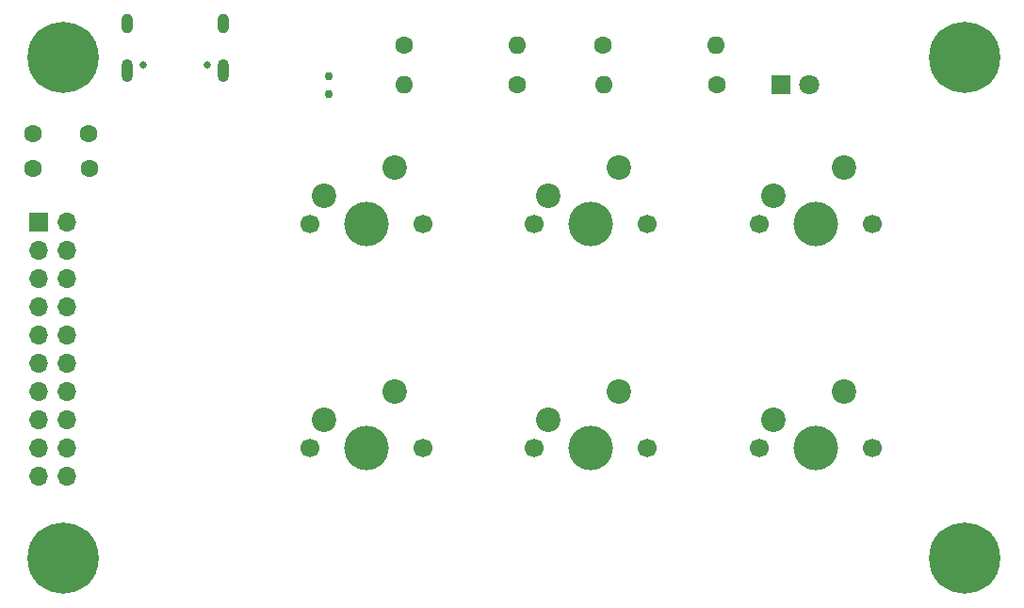
<source format=gbr>
%TF.GenerationSoftware,KiCad,Pcbnew,7.0.8*%
%TF.CreationDate,2024-02-24T16:57:54+09:00*%
%TF.ProjectId,ch552t_tinypad_board,63683535-3274-45f7-9469-6e797061645f,rev?*%
%TF.SameCoordinates,Original*%
%TF.FileFunction,Soldermask,Bot*%
%TF.FilePolarity,Negative*%
%FSLAX46Y46*%
G04 Gerber Fmt 4.6, Leading zero omitted, Abs format (unit mm)*
G04 Created by KiCad (PCBNEW 7.0.8) date 2024-02-24 16:57:54*
%MOMM*%
%LPD*%
G01*
G04 APERTURE LIST*
%ADD10C,0.800000*%
%ADD11C,6.400000*%
%ADD12C,1.600000*%
%ADD13O,1.600000X1.600000*%
%ADD14R,1.700000X1.700000*%
%ADD15O,1.700000X1.700000*%
%ADD16C,1.700000*%
%ADD17C,4.000000*%
%ADD18C,2.200000*%
%ADD19C,0.650000*%
%ADD20O,1.000000X2.100000*%
%ADD21O,1.000000X1.800000*%
%ADD22C,0.750000*%
%ADD23R,1.800000X1.800000*%
%ADD24C,1.800000*%
G04 APERTURE END LIST*
D10*
%TO.C,H3*%
X41600000Y-81000000D03*
X42302944Y-79302944D03*
X42302944Y-82697056D03*
X44000000Y-78600000D03*
D11*
X44000000Y-81000000D03*
D10*
X44000000Y-83400000D03*
X45697056Y-79302944D03*
X45697056Y-82697056D03*
X46400000Y-81000000D03*
%TD*%
D12*
%TO.C,R1*%
X102708876Y-38461700D03*
D13*
X92548876Y-38461700D03*
%TD*%
D14*
%TO.C,J1*%
X41757600Y-50800000D03*
D15*
X44297600Y-50800000D03*
X41757600Y-53340000D03*
X44297600Y-53340000D03*
X41757600Y-55880000D03*
X44297600Y-55880000D03*
X41757600Y-58420000D03*
X44297600Y-58420000D03*
X41757600Y-60960000D03*
X44297600Y-60960000D03*
X41757600Y-63500000D03*
X44297600Y-63500000D03*
X41757600Y-66040000D03*
X44297600Y-66040000D03*
X41757600Y-68580000D03*
X44297600Y-68580000D03*
X41757600Y-71120000D03*
X44297600Y-71120000D03*
X41757600Y-73660000D03*
X44297600Y-73660000D03*
%TD*%
D10*
%TO.C,H1*%
X41600000Y-36000000D03*
X42302944Y-34302944D03*
X42302944Y-37697056D03*
X44000000Y-33600000D03*
D11*
X44000000Y-36000000D03*
D10*
X44000000Y-38400000D03*
X45697056Y-34302944D03*
X45697056Y-37697056D03*
X46400000Y-36000000D03*
%TD*%
D16*
%TO.C,SW6*%
X106560000Y-71120000D03*
D17*
X111640000Y-71120000D03*
D16*
X116720000Y-71120000D03*
D18*
X114180000Y-66040000D03*
X107830000Y-68580000D03*
%TD*%
D12*
%TO.C,R3*%
X74627824Y-34842700D03*
D13*
X84787824Y-34842700D03*
%TD*%
D12*
%TO.C,R2*%
X84831076Y-38455600D03*
D13*
X74671076Y-38455600D03*
%TD*%
D16*
%TO.C,SW4*%
X66141600Y-71120000D03*
D17*
X71221600Y-71120000D03*
D16*
X76301600Y-71120000D03*
D18*
X73761600Y-66040000D03*
X67411600Y-68580000D03*
%TD*%
D16*
%TO.C,SW2*%
X86360000Y-50920000D03*
D17*
X91440000Y-50920000D03*
D16*
X96520000Y-50920000D03*
D18*
X93980000Y-45840000D03*
X87630000Y-48380000D03*
%TD*%
D19*
%TO.C,J2*%
X56984000Y-36641000D03*
X51204000Y-36641000D03*
D20*
X58414000Y-37141000D03*
D21*
X58414000Y-32961000D03*
D20*
X49774000Y-37141000D03*
D21*
X49774000Y-32961000D03*
%TD*%
D12*
%TO.C,C1*%
X46309053Y-42824400D03*
X41309053Y-42824400D03*
%TD*%
%TO.C,R4*%
X92534824Y-34868100D03*
D13*
X102694824Y-34868100D03*
%TD*%
D10*
%TO.C,H2*%
X122600000Y-36000000D03*
X123302944Y-34302944D03*
X123302944Y-37697056D03*
X125000000Y-33600000D03*
D11*
X125000000Y-36000000D03*
D10*
X125000000Y-38400000D03*
X126697056Y-34302944D03*
X126697056Y-37697056D03*
X127400000Y-36000000D03*
%TD*%
D16*
%TO.C,SW3*%
X106578400Y-50952400D03*
D17*
X111658400Y-50952400D03*
D16*
X116738400Y-50952400D03*
D18*
X114198400Y-45872400D03*
X107848400Y-48412400D03*
%TD*%
D16*
%TO.C,SW5*%
X86360000Y-71120000D03*
D17*
X91440000Y-71120000D03*
D16*
X96520000Y-71120000D03*
D18*
X93980000Y-66040000D03*
X87630000Y-68580000D03*
%TD*%
D10*
%TO.C,H4*%
X122600000Y-81000000D03*
X123302944Y-79302944D03*
X123302944Y-82697056D03*
X125000000Y-78600000D03*
D11*
X125000000Y-81000000D03*
D10*
X125000000Y-83400000D03*
X126697056Y-79302944D03*
X126697056Y-82697056D03*
X127400000Y-81000000D03*
%TD*%
D12*
%TO.C,C2*%
X46320947Y-45964000D03*
X41320947Y-45964000D03*
%TD*%
D16*
%TO.C,SW1*%
X66160000Y-50920000D03*
D17*
X71240000Y-50920000D03*
D16*
X76320000Y-50920000D03*
D18*
X73780000Y-45840000D03*
X67430000Y-48380000D03*
%TD*%
D22*
%TO.C,SW7*%
X67822876Y-37655600D03*
X67822876Y-39255600D03*
%TD*%
D23*
%TO.C,D1*%
X108498876Y-38455600D03*
D24*
X111038876Y-38455600D03*
%TD*%
M02*

</source>
